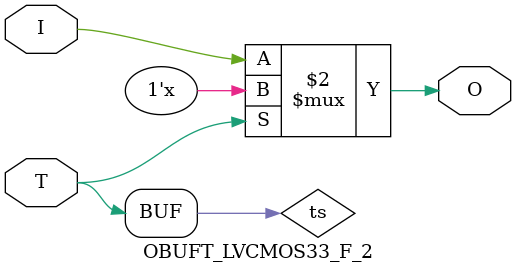
<source format=v>

/*

FUNCTION	: TRI-STATE OUTPUT BUFFER

*/

`celldefine
`timescale  100 ps / 10 ps

module OBUFT_LVCMOS33_F_2 (O, I, T);

    output O;

    input  I, T;

    or O1 (ts, 1'b0, T);
    bufif0 T1 (O, I, ts);

endmodule

</source>
